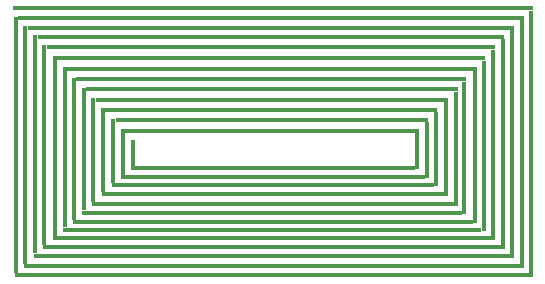
<source format=gtp>
G04 ---------------------------- Layer name :TOP PASTER LAYER*
G04 easyEDA 0.1*
G04 Scale: 100 percent, Rotated: No, Reflected: No *
G04 Dimensions in inches *
G04 leading zeros omitted , absolute positions ,2 integer and 4 * 
%FSLAX24Y24*%
%MOIN*%
G90*
G70D02*

%ADD12R,1.732280X0.012992*%
%ADD13R,0.012992X0.889762*%
%ADD14R,1.714563X0.012992*%
%ADD15R,0.012992X0.857085*%
%ADD16R,1.685823X0.012992*%
%ADD17R,0.012992X0.826770*%
%ADD18R,1.655510X0.012992*%
%ADD19R,0.012992X0.794490*%
%ADD20R,1.622440X0.012992*%
%ADD21R,0.012992X0.759841*%
%ADD22R,1.588579X0.012992*%
%ADD23R,0.012992X0.729132*%
%ADD24R,1.557480X0.012992*%
%ADD25R,0.012992X0.700786*%
%ADD26R,1.527556X0.012992*%
%ADD27R,0.012992X0.667320*%
%ADD28R,1.494879X0.012992*%
%ADD29R,0.012992X0.637007*%
%ADD30R,1.460230X0.012992*%
%ADD31R,0.012992X0.599605*%
%ADD32R,1.429525X0.012992*%
%ADD33R,0.012992X0.570865*%
%ADD34R,1.395667X0.012992*%
%ADD35R,0.012992X0.536613*%
%ADD36R,1.366139X0.012992*%
%ADD37R,0.012992X0.509840*%
%ADD38R,1.334249X0.012992*%
%ADD39R,0.012992X0.474010*%
%ADD40R,1.299997X0.012992*%
%ADD41R,0.012992X0.444090*%
%ADD42R,1.267320X0.012992*%
%ADD43R,0.012992X0.410235*%
%ADD44R,1.238580X0.012992*%
%ADD45R,0.012992X0.382283*%
%ADD46R,1.207478X0.012992*%
%ADD47R,0.012992X0.347640*%
%ADD48R,1.174801X0.012992*%
%ADD49R,0.012992X0.315747*%
%ADD50R,1.141340X0.012992*%
%ADD51R,0.012992X0.281100*%
%ADD52R,1.108270X0.012992*%
%ADD53R,0.012992X0.249999*%
%ADD54R,1.074410X0.012992*%
%ADD55R,0.012992X0.216929*%
%ADD56R,1.044486X0.012992*%
%ADD57R,0.012992X0.190157*%
%ADD58R,1.014959X0.012992*%
%ADD59R,0.012992X0.153540*%
%ADD60R,0.981888X0.012992*%
%ADD61R,0.012992X0.123230*%
%ADD62R,0.947636X0.012992*%
%ADD63R,0.012992X0.090551*%

%LPD*%
G54D12*
G01X9900Y10100D03*
G54D13*
G01X18494Y5588D03*
G54D14*
G01X9857Y1205D03*
G54D15*
G01X1348Y5557D03*
G54D16*
G01X9840Y9776D03*
G54D17*
G01X18203Y5584D03*
G54D18*
G01X9865Y1517D03*
G54D19*
G01X1651Y5553D03*
G54D20*
G01X9825Y9457D03*
G54D21*
G01X17873Y5596D03*
G54D22*
G01X9865Y1863D03*
G54D23*
G01X1986Y5565D03*
G54D24*
G01X9836Y9142D03*
G54D25*
G01X17557Y5576D03*
G54D26*
G01X9857Y2140D03*
G54D27*
G01X2286Y5536D03*
G54D28*
G01X9825Y8809D03*
G54D29*
G01X17234Y5561D03*
G54D30*
G01X9869Y2442D03*
G54D31*
G01X2636Y5501D03*
G54D32*
G01X9844Y8434D03*
G54D33*
G01X16928Y5517D03*
G54D34*
G01X9884Y2726D03*
G54D35*
G01X2971Y5469D03*
G54D36*
G01X9865Y8088D03*
G54D37*
G01X16628Y5478D03*
G54D38*
G01X9892Y2994D03*
G54D39*
G01X3286Y5426D03*
G54D40*
G01X9844Y7734D03*
G54D41*
G01X16282Y5451D03*
G54D42*
G01X9884Y3296D03*
G54D43*
G01X3613Y5411D03*
G54D44*
G01X9869Y7398D03*
G54D45*
G01X15994Y5426D03*
G54D46*
G01X9892Y3584D03*
G54D47*
G01X3919Y5384D03*
G54D48*
G01X9857Y7057D03*
G54D49*
G01X15663Y5415D03*
G54D50*
G01X9892Y3903D03*
G54D51*
G01X4250Y5371D03*
G54D52*
G01X9853Y6709D03*
G54D53*
G01X15328Y5398D03*
G54D54*
G01X9896Y4213D03*
G54D55*
G01X4588Y5359D03*
G54D56*
G01X9876Y6380D03*
G54D57*
G01X15034Y5367D03*
G54D58*
G01X9900Y4482D03*
G54D59*
G01X4892Y5309D03*
G54D60*
G01X9865Y6009D03*
G54D61*
G01X14707Y5332D03*
G54D62*
G01X9903Y4780D03*
G54D63*
G01X5230Y5296D03*

M00*
M02*
</source>
